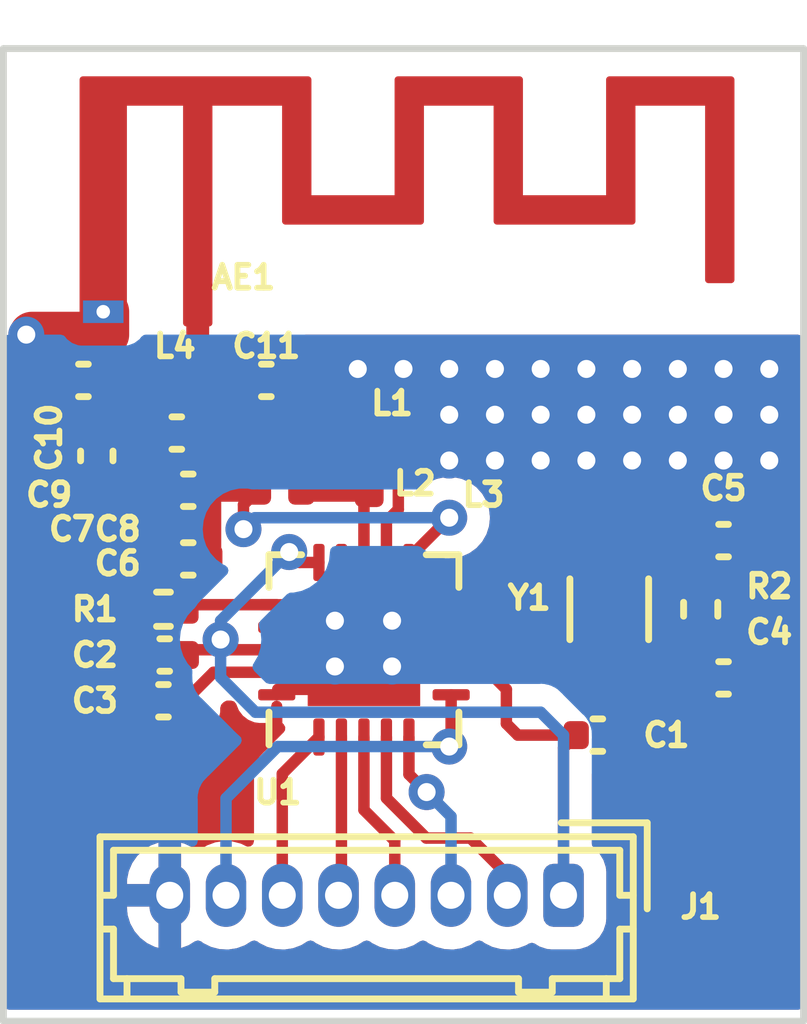
<source format=kicad_pcb>
(kicad_pcb (version 20221018) (generator pcbnew)
  (layers (0 "F.Cu" signal) (31 "B.Cu" signal) (34 "B.Paste" user) (35 "F.Paste" user) (36 "B.SilkS" user "B.Silkscreen") (37 "F.SilkS" user "F.Silkscreen") (38 "B.Mask" user) (39 "F.Mask" user) (44 "Edge.Cuts" user))
  (net 0 "")
  (net 1 "Net-(AE1-A)")
  (net 2 "VDD")
  (net 3 "GND")
  (net 4 "Net-(U1-DVDD)")
  (net 5 "Net-(U1-XC2)")
  (net 6 "Net-(U1-XC1)")
  (net 7 "Net-(U1-VDD_PA)")
  (net 8 "Net-(C7-Pad1)")
  (net 9 "Net-(C10-Pad1)")
  (net 10 "Net-(J1-Pin_2)")
  (net 11 "Net-(J1-Pin_3)")
  (net 12 "Net-(J1-Pin_4)")
  (net 13 "Net-(J1-Pin_5)")
  (net 14 "Net-(J1-Pin_6)")
  (net 15 "Net-(J1-Pin_7)")
  (net 16 "Net-(U1-ANT1)")
  (net 17 "Net-(U1-ANT2)")
  (net 18 "Net-(U1-IREF)")
  (footprint "Inductor_SMD:L_0402_1005Metric" (layer "F.Cu") (at 149.6485 100.229 180)
    (fp_text reference "L2" (at -3.0055 -1.117) (layer "F.SilkS") (effects (font (size 0.508 0.508) (thickness 0.1524))))
    (fp_text value "3.9nH")
    (pad "1" smd roundrect (at -0.485 0 180) (size 0.59 0.64) (layers "F.Cu" "F.Paste" "F.Mask") (net 16 "Net-(U1-ANT1)"))
    (pad "2" smd roundrect (at 0.485 0 180) (size 0.59 0.64) (layers "F.Cu" "F.Paste" "F.Mask") (net 8 "Net-(C7-Pad1)"))
  )
  (footprint "Resistor_SMD:R_0402_1005Metric" (layer "F.Cu") (at 159.004 104.14 90)
    (fp_text reference "R2" (at 0.508 1.524 180) (layer "F.SilkS") (effects (font (size 0.508 0.508) (thickness 0.1524))))
    (fp_text value "10M")
    (fp_line (start -0.153641 -0.38) (end 0.153641 -0.38) (stroke (width 0.1524)) (layer "F.SilkS"))
    (fp_line (start -0.153641 0.38) (end 0.153641 0.38) (stroke (width 0.1524)) (layer "F.SilkS"))
    (pad "1" smd roundrect (at -0.51 0 90) (size 0.54 0.64) (layers "F.Cu" "F.Paste" "F.Mask") (net 5 "Net-(U1-XC2)"))
    (pad "2" smd roundrect (at 0.51 0 90) (size 0.54 0.64) (layers "F.Cu" "F.Paste" "F.Mask") (net 6 "Net-(U1-XC1)"))
  )
  (footprint "Capacitor_SMD:C_0402_1005Metric" (layer "F.Cu") (at 147.066 106.172 180)
    (fp_text reference "C3" (at 1.524 0) (layer "F.SilkS") (effects (font (size 0.508 0.508) (thickness 0.1524))))
    (fp_text value "33nF")
    (fp_line (start -0.107836 -0.36) (end 0.107836 -0.36) (stroke (width 0.1524)) (layer "F.SilkS"))
    (fp_line (start -0.107836 0.36) (end 0.107836 0.36) (stroke (width 0.1524)) (layer "F.SilkS"))
    (pad "1" smd roundrect (at -0.48 0 180) (size 0.56 0.62) (layers "F.Cu" "F.Paste" "F.Mask") (net 4 "Net-(U1-DVDD)"))
    (pad "2" smd roundrect (at 0.48 0 180) (size 0.56 0.62) (layers "F.Cu" "F.Paste" "F.Mask") (net 3 "GND"))
  )
  (footprint "Package_DFN_QFN:QFN-20-1EP_4x4mm_P0.5mm_EP2.5x2.5mm" (layer "F.Cu") (at 151.521 105.039 90)
    (fp_text reference "U1" (at -3.165 -1.915 180) (layer "F.SilkS") (effects (font (size 0.508 0.508) (thickness 0.1524))))
    (fp_text value "NRF24L01")
    (fp_line (start -2.11 2.11) (end -2.11 1.385) (stroke (width 0.1524)) (layer "F.SilkS"))
    (fp_line (start -1.385 -2.11) (end -2.11 -2.11) (stroke (width 0.1524)) (layer "F.SilkS"))
    (fp_line (start -1.385 2.11) (end -2.11 2.11) (stroke (width 0.1524)) (layer "F.SilkS"))
    (fp_line (start 1.385 -2.11) (end 2.11 -2.11) (stroke (width 0.1524)) (layer "F.SilkS"))
    (fp_line (start 1.385 2.11) (end 2.11 2.11) (stroke (width 0.1524)) (layer "F.SilkS"))
    (fp_line (start 2.11 -2.11) (end 2.11 -1.385) (stroke (width 0.1524)) (layer "F.SilkS"))
    (fp_line (start 2.11 2.11) (end 2.11 1.385) (stroke (width 0.1524)) (layer "F.SilkS"))
    (pad "1" smd roundrect (at -1.9375 -1 90) (size 0.825 0.25) (layers "F.Cu" "F.Paste" "F.Mask") (net 14 "Net-(J1-Pin_6)"))
    (pad "2" smd roundrect (at -1.9375 -0.5 90) (size 0.825 0.25) (layers "F.Cu" "F.Paste" "F.Mask") (net 13 "Net-(J1-Pin_5)"))
    (pad "3" smd roundrect (at -1.9375 0 90) (size 0.825 0.25) (layers "F.Cu" "F.Paste" "F.Mask") (net 12 "Net-(J1-Pin_4)"))
    (pad "4" smd roundrect (at -1.9375 0.5 90) (size 0.825 0.25) (layers "F.Cu" "F.Paste" "F.Mask") (net 10 "Net-(J1-Pin_2)"))
    (pad "5" smd roundrect (at -1.9375 1 90) (size 0.825 0.25) (layers "F.Cu" "F.Paste" "F.Mask") (net 11 "Net-(J1-Pin_3)"))
    (pad "6" smd roundrect (at -1 1.9375 90) (size 0.25 0.825) (layers "F.Cu" "F.Paste" "F.Mask") (net 15 "Net-(J1-Pin_7)"))
    (pad "7" smd roundrect (at -0.5 1.9375 90) (size 0.25 0.825) (layers "F.Cu" "F.Paste" "F.Mask") (net 2 "VDD"))
    (pad "8" smd roundrect (at 0 1.9375 90) (size 0.25 0.825) (layers "F.Cu" "F.Paste" "F.Mask") (net 3 "GND"))
    (pad "9" smd roundrect (at 0.5 1.9375 90) (size 0.25 0.825) (layers "F.Cu" "F.Paste" "F.Mask") (net 5 "Net-(U1-XC2)"))
    (pad "10" smd roundrect (at 1 1.9375 90) (size 0.25 0.825) (layers "F.Cu" "F.Paste" "F.Mask") (net 6 "Net-(U1-XC1)"))
    (pad "11" smd roundrect (at 1.9375 1 90) (size 0.825 0.25) (layers "F.Cu" "F.Paste" "F.Mask") (net 7 "Net-(U1-VDD_PA)"))
    (pad "12" smd roundrect (at 1.9375 0.5 90) (size 0.825 0.25) (layers "F.Cu" "F.Paste" "F.Mask") (net 16 "Net-(U1-ANT1)"))
    (pad "13" smd roundrect (at 1.9375 0 90) (size 0.825 0.25) (layers "F.Cu" "F.Paste" "F.Mask") (net 17 "Net-(U1-ANT2)"))
    (pad "14" smd roundrect (at 1.9375 -0.5 90) (size 0.825 0.25) (layers "F.Cu" "F.Paste" "F.Mask") (net 3 "GND"))
    (pad "15" smd roundrect (at 1.9375 -1 90) (size 0.825 0.25) (layers "F.Cu" "F.Paste" "F.Mask") (net 2 "VDD"))
    (pad "16" smd roundrect (at 1 -1.9375 90) (size 0.25 0.825) (layers "F.Cu" "F.Paste" "F.Mask") (net 18 "Net-(U1-IREF)"))
    (pad "17" smd roundrect (at 0.5 -1.9375 90) (size 0.25 0.825) (layers "F.Cu" "F.Paste" "F.Mask") (net 3 "GND"))
    (pad "18" smd roundrect (at 0 -1.9375 90) (size 0.25 0.825) (layers "F.Cu" "F.Paste" "F.Mask") (net 2 "VDD"))
    (pad "19" smd roundrect (at -0.5 -1.9375 90) (size 0.25 0.825) (layers "F.Cu" "F.Paste" "F.Mask") (net 4 "Net-(U1-DVDD)"))
    (pad "20" smd roundrect (at -1 -1.9375 90) (size 0.25 0.825) (layers "F.Cu" "F.Paste" "F.Mask") (net 3 "GND"))
    (pad "21" smd rect (at 0 0 90) (size 2.5 2.5) (layers "F.Cu" "F.Mask"))
  )
  (footprint "RF_Antenna:Texas_SWRA117D_2.4GHz_Right" (layer "F.Cu") (at 147.828 97.536)
    (fp_text reference "AE1" (at 1.016 -0.762) (layer "F.SilkS") (effects (font (size 0.508 0.508) (thickness 0.1524))))
    (fp_text value "Antenna")
    (fp_poly (pts (xy 2.45 -2.51) (xy 4.45 -2.51) (xy 4.45 -5.15) (xy 7.15 -5.15) (xy 7.15 -2.51) (xy 9.15 -2.51) (xy 9.15 -5.15) (xy 11.85 -5.15) (xy 11.85 -0.71) (xy 11.35 -0.71) (xy 11.35 -4.65) (xy 9.65 -4.65) (xy 9.65 -2.01) (xy 6.65 -2.01) (xy 6.65 -4.65) (xy 4.95 -4.65) (xy 4.95 -2.01) (xy 1.95 -2.01) (xy 1.95 -4.65) (xy 0.25 -4.65) (xy 0.25 0.25) (xy -0.25 0.25) (xy -0.25 -4.65) (xy -1.65 -4.65) (xy -1.65 0.25) (xy -2.55 0.25) (xy -2.55 0.006785) (xy -2.247583 0.006785) (xy -2.237742 0.054395) (xy -2.213674 0.096797) (xy -2.175731 0.129581) (xy -2.167819 0.133935) (xy -2.125156 0.146043) (xy -2.076637 0.1453) (xy -2.031122 0.1324) (xy -2.012511 0.121787) (xy -1.978868 0.086553) (xy -1.958309 0.041368) (xy -1.951778 -0.008158) (xy -1.960218 -0.056417) (xy -1.977112 -0.088643) (xy -2.012372 -0.121313) (xy -2.057682 -0.141408) (xy -2.107267 -0.147982) (xy -2.155353 -0.140092) (xy -2.188245 -0.123186) (xy -2.223185 -0.086416) (xy -2.242847 -0.041622) (xy -2.247583 0.006785) (xy -2.55 0.006785) (xy -2.55 -5.15) (xy 2.45 -5.15) (xy 2.45 -2.51)) (stroke (width 0.1524)) (fill solid) (layer "F.Cu"))
    (pad "1" connect rect (at 0 0) (size 0.5 0.5) (layers "F.Cu") (net 1 "Net-(AE1-A)"))
    (pad "2" thru_hole rect (at -2.1 0) (size 0.9 0.5) (drill 0.3) (layers "*.Cu"))
  )
  (footprint "Inductor_SMD:L_0402_1005Metric" (layer "F.Cu") (at 151.638 101.092 -90)
    (fp_text reference "L1" (at -1.524 -0.508 -180) (layer "F.SilkS") (effects (font (size 0.508 0.508) (thickness 0.1524))))
    (fp_text value "8.2nH")
    (pad "1" smd roundrect (at -0.485 0 270) (size 0.59 0.64) (layers "F.Cu" "F.Paste" "F.Mask") (net 16 "Net-(U1-ANT1)"))
    (pad "2" smd roundrect (at 0.485 0 270) (size 0.59 0.64) (layers "F.Cu" "F.Paste" "F.Mask") (net 17 "Net-(U1-ANT2)"))
  )
  (footprint "Capacitor_SMD:C_0402_1005Metric" (layer "F.Cu") (at 159.512 105.664)
    (fp_text reference "C4" (at 1.016 -1.016) (layer "F.SilkS") (effects (font (size 0.508 0.508) (thickness 0.1524))))
    (fp_text value "22pF")
    (fp_line (start -0.107836 -0.36) (end 0.107836 -0.36) (stroke (width 0.1524)) (layer "F.SilkS"))
    (fp_line (start -0.107836 0.36) (end 0.107836 0.36) (stroke (width 0.1524)) (layer "F.SilkS"))
    (pad "1" smd roundrect (at -0.48 0) (size 0.56 0.62) (layers "F.Cu" "F.Paste" "F.Mask") (net 5 "Net-(U1-XC2)"))
    (pad "2" smd roundrect (at 0.48 0) (size 0.56 0.62) (layers "F.Cu" "F.Paste" "F.Mask") (net 3 "GND"))
  )
  (footprint "Inductor_SMD:L_0402_1005Metric" (layer "F.Cu") (at 149.6485 101.499 180)
    (fp_text reference "L3" (at -4.5295 -0.101) (layer "F.SilkS") (effects (font (size 0.508 0.508) (thickness 0.1524))))
    (fp_text value "2.7nH")
    (pad "1" smd roundrect (at -0.485 0 180) (size 0.59 0.64) (layers "F.Cu" "F.Paste" "F.Mask") (net 17 "Net-(U1-ANT2)"))
    (pad "2" smd roundrect (at 0.485 0 180) (size 0.59 0.64) (layers "F.Cu" "F.Paste" "F.Mask") (net 7 "Net-(U1-VDD_PA)"))
  )
  (footprint "Capacitor_SMD:C_0402_1005Metric" (layer "F.Cu") (at 145.288 99.06 180)
    (fp_text reference "C10" (at 0.762 -1.27 90) (layer "F.SilkS") (effects (font (size 0.508 0.508) (thickness 0.1524))))
    (fp_text value "Cx")
    (fp_line (start -0.107836 -0.36) (end 0.107836 -0.36) (stroke (width 0.1524)) (layer "F.SilkS"))
    (fp_line (start -0.107836 0.36) (end 0.107836 0.36) (stroke (width 0.1524)) (layer "F.SilkS"))
    (pad "1" smd roundrect (at -0.48 0 180) (size 0.56 0.62) (layers "F.Cu" "F.Paste" "F.Mask") (net 9 "Net-(C10-Pad1)"))
    (pad "2" smd roundrect (at 0.48 0 180) (size 0.56 0.62) (layers "F.Cu" "F.Paste" "F.Mask") (net 3 "GND"))
  )
  (footprint "Capacitor_SMD:C_0402_1005Metric" (layer "F.Cu") (at 147.6165 103.023 180)
    (fp_text reference "C6" (at 1.5665 -0.101) (layer "F.SilkS") (effects (font (size 0.508 0.508) (thickness 0.1524))))
    (fp_text value "C_Small")
    (fp_line (start -0.107836 -0.36) (end 0.107836 -0.36) (stroke (width 0.1524)) (layer "F.SilkS"))
    (fp_line (start -0.107836 0.36) (end 0.107836 0.36) (stroke (width 0.1524)) (layer "F.SilkS"))
    (pad "1" smd roundrect (at -0.48 0 180) (size 0.56 0.62) (layers "F.Cu" "F.Paste" "F.Mask") (net 7 "Net-(U1-VDD_PA)"))
    (pad "2" smd roundrect (at 0.48 0 180) (size 0.56 0.62) (layers "F.Cu" "F.Paste" "F.Mask") (net 3 "GND"))
  )
  (footprint "Capacitor_SMD:C_0402_1005Metric" (layer "F.Cu") (at 159.512 102.616)
    (fp_text reference "C5" (at 0 -1.16) (layer "F.SilkS") (effects (font (size 0.508 0.508) (thickness 0.1524))))
    (fp_text value "22pF")
    (fp_line (start -0.107836 -0.36) (end 0.107836 -0.36) (stroke (width 0.1524)) (layer "F.SilkS"))
    (fp_line (start -0.107836 0.36) (end 0.107836 0.36) (stroke (width 0.1524)) (layer "F.SilkS"))
    (pad "1" smd roundrect (at -0.48 0) (size 0.56 0.62) (layers "F.Cu" "F.Paste" "F.Mask") (net 6 "Net-(U1-XC1)"))
    (pad "2" smd roundrect (at 0.48 0) (size 0.56 0.62) (layers "F.Cu" "F.Paste" "F.Mask") (net 3 "GND"))
  )
  (footprint "Crystal:Crystal_SMD_3215-2Pin_3.2x1.5mm" (layer "F.Cu") (at 156.972 104.14 -90)
    (fp_text reference "Y1" (at -0.254 1.778 -180) (layer "F.SilkS") (effects (font (size 0.508 0.508) (thickness 0.1524))))
    (fp_text value "16MHz")
    (fp_line (start -0.675 -0.875) (end 0.675 -0.875) (stroke (width 0.1524)) (layer "F.SilkS"))
    (fp_line (start -0.675 0.875) (end 0.675 0.875) (stroke (width 0.1524)) (layer "F.SilkS"))
    (pad "1" smd rect (at 1.25 0 270) (size 1 1.8) (layers "F.Cu" "F.Paste" "F.Mask") (net 5 "Net-(U1-XC2)"))
    (pad "2" smd rect (at -1.25 0 270) (size 1 1.8) (layers "F.Cu" "F.Paste" "F.Mask") (net 6 "Net-(U1-XC1)"))
  )
  (footprint "Capacitor_SMD:C_0402_1005Metric" (layer "F.Cu") (at 145.5845 100.737 -90)
    (fp_text reference "C9" (at 0.863 1.0585 -180) (layer "F.SilkS") (effects (font (size 0.508 0.508) (thickness 0.1524))))
    (fp_text value "1pF")
    (fp_line (start -0.107836 -0.36) (end 0.107836 -0.36) (stroke (width 0.1524)) (layer "F.SilkS"))
    (fp_line (start -0.107836 0.36) (end 0.107836 0.36) (stroke (width 0.1524)) (layer "F.SilkS"))
    (pad "1" smd roundrect (at -0.48 0 270) (size 0.56 0.62) (layers "F.Cu" "F.Paste" "F.Mask") (net 9 "Net-(C10-Pad1)"))
    (pad "2" smd roundrect (at 0.48 0 270) (size 0.56 0.62) (layers "F.Cu" "F.Paste" "F.Mask") (net 3 "GND"))
  )
  (footprint "Resistor_SMD:R_0402_1005Metric" (layer "F.Cu") (at 147.066 104.14 180)
    (fp_text reference "R1" (at 1.524 0) (layer "F.SilkS") (effects (font (size 0.508 0.508) (thickness 0.1524))))
    (fp_text value "22k")
    (fp_line (start -0.153641 -0.38) (end 0.153641 -0.38) (stroke (width 0.1524)) (layer "F.SilkS"))
    (fp_line (start -0.153641 0.38) (end 0.153641 0.38) (stroke (width 0.1524)) (layer "F.SilkS"))
    (pad "1" smd roundrect (at -0.51 0 180) (size 0.54 0.64) (layers "F.Cu" "F.Paste" "F.Mask") (net 18 "Net-(U1-IREF)"))
    (pad "2" smd roundrect (at 0.51 0 180) (size 0.54 0.64) (layers "F.Cu" "F.Paste" "F.Mask") (net 3 "GND"))
  )
  (footprint "Capacitor_SMD:C_0402_1005Metric" (layer "F.Cu") (at 147.6165 101.499 180)
    (fp_text reference "C8" (at 1.5665 -0.863) (layer "F.SilkS") (effects (font (size 0.508 0.508) (thickness 0.1524))))
    (fp_text value "C_Small")
    (fp_line (start -0.107836 -0.36) (end 0.107836 -0.36) (stroke (width 0.1524)) (layer "F.SilkS"))
    (fp_line (start -0.107836 0.36) (end 0.107836 0.36) (stroke (width 0.1524)) (layer "F.SilkS"))
    (pad "1" smd roundrect (at -0.48 0 180) (size 0.56 0.62) (layers "F.Cu" "F.Paste" "F.Mask") (net 7 "Net-(U1-VDD_PA)"))
    (pad "2" smd roundrect (at 0.48 0 180) (size 0.56 0.62) (layers "F.Cu" "F.Paste" "F.Mask") (net 3 "GND"))
  )
  (footprint "Capacitor_SMD:C_0402_1005Metric" (layer "F.Cu") (at 147.094 105.156 180)
    (fp_text reference "C2" (at 1.552 0) (layer "F.SilkS") (effects (font (size 0.508 0.508) (thickness 0.1524))))
    (fp_text value "1nF")
    (fp_line (start -0.107836 -0.36) (end 0.107836 -0.36) (stroke (width 0.1524)) (layer "F.SilkS"))
    (fp_line (start -0.107836 0.36) (end 0.107836 0.36) (stroke (width 0.1524)) (layer "F.SilkS"))
    (pad "1" smd roundrect (at -0.48 0 180) (size 0.56 0.62) (layers "F.Cu" "F.Paste" "F.Mask") (net 2 "VDD"))
    (pad "2" smd roundrect (at 0.48 0 180) (size 0.56 0.62) (layers "F.Cu" "F.Paste" "F.Mask") (net 3 "GND"))
  )
  (footprint "Capacitor_SMD:C_0402_1005Metric" (layer "F.Cu") (at 147.3625 100.229 180)
    (fp_text reference "C7" (at 2.3285 -2.133) (layer "F.SilkS") (effects (font (size 0.508 0.508) (thickness 0.1524))))
    (fp_text value "1.5pF")
    (fp_line (start -0.107836 -0.36) (end 0.107836 -0.36) (stroke (width 0.1524)) (layer "F.SilkS"))
    (fp_line (start -0.107836 0.36) (end 0.107836 0.36) (stroke (width 0.1524)) (layer "F.SilkS"))
    (pad "1" smd roundrect (at -0.48 0 180) (size 0.56 0.62) (layers "F.Cu" "F.Paste" "F.Mask") (net 8 "Net-(C7-Pad1)"))
    (pad "2" smd roundrect (at 0.48 0 180) (size 0.56 0.62) (layers "F.Cu" "F.Paste" "F.Mask") (net 9 "Net-(C10-Pad1)"))
  )
  (footprint "Inductor_SMD:L_0402_1005Metric" (layer "F.Cu") (at 147.32 99.06)
    (fp_text reference "L4" (at 0 -0.762) (layer "F.SilkS") (effects (font (size 0.508 0.508) (thickness 0.127))))
    (fp_text value "Lx")
    (pad "1" smd roundrect (at -0.485 0) (size 0.59 0.64) (layers "F.Cu" "F.Paste" "F.Mask") (net 9 "Net-(C10-Pad1)"))
    (pad "2" smd roundrect (at 0.485 0) (size 0.59 0.64) (layers "F.Cu" "F.Paste" "F.Mask") (net 1 "Net-(AE1-A)"))
  )
  (footprint "Connector_Hirose:Hirose_DF13-08P-1.25DSA_1x08_P1.25mm_Vertical" (layer "F.Cu") (at 155.956 110.49 180)
    (fp_text reference "J1" (at -3.048 -0.254) (layer "F.SilkS") (effects (font (size 0.508 0.508) (thickness 0.1524))))
    (fp_text value "Conn_01x08_Pin")
    (fp_line (start -1.86 -0.3) (end -1.86 1.61) (stroke (width 0.1524)) (layer "F.SilkS"))
    (fp_line (start -1.86 1.61) (end 0.05 1.61) (stroke (width 0.1524)) (layer "F.SilkS"))
    (fp_line (start -1.55 -2.3) (end -1.55 1.3) (stroke (width 0.1524)) (layer "F.SilkS"))
    (fp_line (start -1.55 -0.75) (end -1.25 -0.75) (stroke (width 0.1524)) (layer "F.SilkS"))
    (fp_line (start -1.55 0) (end -1.25 0) (stroke (width 0.1524)) (layer "F.SilkS"))
    (fp_line (start -1.55 1.3) (end 10.3 1.3) (stroke (width 0.1524)) (layer "F.SilkS"))
    (fp_line (start -1.25 -1.85) (end -0.95 -1.85) (stroke (width 0.1524)) (layer "F.SilkS"))
    (fp_line (start -1.25 -0.75) (end -1.25 -1.85) (stroke (width 0.1524)) (layer "F.SilkS"))
    (fp_line (start -1.25 0) (end -1.25 1) (stroke (width 0.1524)) (layer "F.SilkS"))
    (fp_line (start -1.25 1) (end 10 1) (stroke (width 0.1524)) (layer "F.SilkS"))
    (fp_line (start -0.95 -1.85) (end -0.95 -2.3) (stroke (width 0.1524)) (layer "F.SilkS"))
    (fp_line (start -0.95 -1.85) (end 0.25 -1.85) (stroke (width 0.1524)) (layer "F.SilkS"))
    (fp_line (start 0.25 -2.15) (end 1 -2.15) (stroke (width 0.1524)) (layer "F.SilkS"))
    (fp_line (start 0.25 -1.85) (end 0.25 -2.15) (stroke (width 0.1524)) (layer "F.SilkS"))
    (fp_line (start 1 -2.15) (end 1 -1.85) (stroke (width 0.1524)) (layer "F.SilkS"))
    (fp_line (start 1 -1.85) (end 7.75 -1.85) (stroke (width 0.1524)) (layer "F.SilkS"))
    (fp_line (start 7.75 -2.15) (end 8.5 -2.15) (stroke (width 0.1524)) (layer "F.SilkS"))
    (fp_line (start 7.75 -1.85) (end 7.75 -2.15) (stroke (width 0.1524)) (layer "F.SilkS"))
    (fp_line (start 8.5 -2.15) (end 8.5 -1.85) (stroke (width 0.1524)) (layer "F.SilkS"))
    (fp_line (start 8.5 -1.85) (end 9.7 -1.85) (stroke (width 0.1524)) (layer "F.SilkS"))
    (fp_line (start 9.7 -1.85) (end 9.7 -2.3) (stroke (width 0.1524)) (layer "F.SilkS"))
    (fp_line (start 10 -1.85) (end 9.7 -1.85) (stroke (width 0.1524)) (layer "F.SilkS"))
    (fp_line (start 10 -0.75) (end 10 -1.85) (stroke (width 0.1524)) (layer "F.SilkS"))
    (fp_line (start 10 0) (end 10.3 0) (stroke (width 0.1524)) (layer "F.SilkS"))
    (fp_line (start 10 1) (end 10 0) (stroke (width 0.1524)) (layer "F.SilkS"))
    (fp_line (start 10.3 -2.3) (end -1.55 -2.3) (stroke (width 0.1524)) (layer "F.SilkS"))
    (fp_line (start 10.3 -0.75) (end 10 -0.75) (stroke (width 0.1524)) (layer "F.SilkS"))
    (fp_line (start 10.3 1.3) (end 10.3 -2.3) (stroke (width 0.1524)) (layer "F.SilkS"))
    (pad "1" thru_hole roundrect (at 0 0 180) (size 0.9 1.4) (drill 0.6) (layers "*.Cu" "*.Mask") (net 2 "VDD"))
    (pad "2" thru_hole oval (at 1.25 0 180) (size 0.9 1.4) (drill 0.6) (layers "*.Cu" "*.Mask") (net 10 "Net-(J1-Pin_2)"))
    (pad "3" thru_hole oval (at 2.5 0 180) (size 0.9 1.4) (drill 0.6) (layers "*.Cu" "*.Mask") (net 11 "Net-(J1-Pin_3)"))
    (pad "4" thru_hole oval (at 3.75 0 180) (size 0.9 1.4) (drill 0.6) (layers "*.Cu" "*.Mask") (net 12 "Net-(J1-Pin_4)"))
    (pad "5" thru_hole oval (at 5 0 180) (size 0.9 1.4) (drill 0.6) (layers "*.Cu" "*.Mask") (net 13 "Net-(J1-Pin_5)"))
    (pad "6" thru_hole oval (at 6.25 0 180) (size 0.9 1.4) (drill 0.6) (layers "*.Cu" "*.Mask") (net 14 "Net-(J1-Pin_6)"))
    (pad "7" thru_hole oval (at 7.5 0 180) (size 0.9 1.4) (drill 0.6) (layers "*.Cu" "*.Mask") (net 15 "Net-(J1-Pin_7)"))
    (pad "8" thru_hole oval (at 8.75 0 180) (size 0.9 1.4) (drill 0.6) (layers "*.Cu" "*.Mask") (net 3 "GND"))
  )
  (footprint "Capacitor_SMD:C_0402_1005Metric" (layer "F.Cu") (at 156.718 106.934)
    (fp_text reference "C1" (at 1.524 0) (layer "F.SilkS") (effects (font (size 0.508 0.508) (thickness 0.1524))))
    (fp_text value "10nF")
    (fp_line (start -0.107836 -0.36) (end 0.107836 -0.36) (stroke (width 0.1524)) (layer "F.SilkS"))
    (fp_line (start -0.107836 0.36) (end 0.107836 0.36) (stroke (width 0.1524)) (layer "F.SilkS"))
    (pad "1" smd roundrect (at -0.48 0) (size 0.56 0.62) (layers "F.Cu" "F.Paste" "F.Mask") (net 2 "VDD"))
    (pad "2" smd roundrect (at 0.48 0) (size 0.56 0.62) (layers "F.Cu" "F.Paste" "F.Mask") (net 3 "GND"))
  )
  (footprint "Capacitor_SMD:C_0402_1005Metric" (layer "F.Cu") (at 149.352 99.06)
    (fp_text reference "C11" (at 0 -0.762) (layer "F.SilkS") (effects (font (size 0.508 0.508) (thickness 0.1524))))
    (fp_text value "Cx")
    (fp_line (start -0.107836 -0.36) (end 0.107836 -0.36) (stroke (width 0.1524)) (layer "F.SilkS"))
    (fp_line (start -0.107836 0.36) (end 0.107836 0.36) (stroke (width 0.1524)) (layer "F.SilkS"))
    (pad "1" smd roundrect (at -0.48 0) (size 0.56 0.62) (layers "F.Cu" "F.Paste" "F.Mask") (net 1 "Net-(AE1-A)"))
    (pad "2" smd roundrect (at 0.48 0) (size 0.56 0.62) (layers "F.Cu" "F.Paste" "F.Mask") (net 3 "GND"))
  )
  (gr_line (start 161.29 91.694) (end 161.29 113.284) (stroke (width 0.1524)) (layer "Edge.Cuts"))
  (gr_line (start 143.51 113.284) (end 143.51 91.694) (stroke (width 0.1524)) (layer "Edge.Cuts"))
  (gr_line (start 143.51 91.694) (end 161.29 91.694) (stroke (width 0.1524)) (layer "Edge.Cuts"))
  (gr_line (start 161.29 113.284) (end 143.51 113.284) (stroke (width 0.1524)) (layer "Edge.Cuts"))
  (segment (start 147.828 99.037) (end 147.805 99.06) (width 0.508) (layer "F.Cu") (net 1))
  (segment (start 148.872 99.06) (end 147.805 99.06) (width 0.508) (layer "F.Cu") (net 1))
  (segment (start 147.828 97.536) (end 147.828 99.037) (width 0.508) (layer "F.Cu") (net 1))
  (segment (start 154.94 106.934) (end 156.238 106.934) (width 0.254) (layer "F.Cu") (net 2))
  (segment (start 150.521 103.1015) (end 150.0915 103.1015) (width 0.254) (layer "F.Cu") (net 2))
  (segment (start 154.307 105.539) (end 154.686 105.918) (width 0.254) (layer "F.Cu") (net 2))
  (segment (start 154.686 106.68) (end 154.94 106.934) (width 0.254) (layer "F.Cu") (net 2))
  (segment (start 150.0915 103.1015) (end 149.86 102.87) (width 0.254) (layer "F.Cu") (net 2))
  (segment (start 154.686 105.918) (end 154.686 106.68) (width 0.254) (layer "F.Cu") (net 2))
  (segment (start 155.956 107.216) (end 156.238 106.934) (width 0.254) (layer "F.Cu") (net 2))
  (segment (start 147.691 105.039) (end 147.574 105.156) (width 0.254) (layer "F.Cu") (net 2))
  (segment (start 149.5835 105.039) (end 147.691 105.039) (width 0.254) (layer "F.Cu") (net 2))
  (segment (start 155.956 110.49) (end 155.956 107.216) (width 0.254) (layer "F.Cu") (net 2))
  (segment (start 153.4585 105.539) (end 154.307 105.539) (width 0.254) (layer "F.Cu") (net 2))
  (via (at 149.86 102.87) (size 0.8) (drill 0.4) (layers "F.Cu" "B.Cu") (net 2))
  (via (at 148.336 104.8125) (size 0.8) (drill 0.4) (layers "F.Cu" "B.Cu") (net 2))
  (segment (start 149.86 102.87) (end 148.336 104.394) (width 0.254) (layer "B.Cu") (net 2))
  (segment (start 148.336 104.8125) (end 148.336 105.652052) (width 0.254) (layer "B.Cu") (net 2))
  (segment (start 149.109948 106.426) (end 155.448 106.426) (width 0.254) (layer "B.Cu") (net 2))
  (segment (start 148.336 105.652052) (end 149.109948 106.426) (width 0.254) (layer "B.Cu") (net 2))
  (segment (start 155.448 106.426) (end 155.956 106.934) (width 0.254) (layer "B.Cu") (net 2))
  (segment (start 148.336 104.394) (end 148.336 104.8125) (width 0.254) (layer "B.Cu") (net 2))
  (segment (start 155.956 106.934) (end 155.956 110.49) (width 0.254) (layer "B.Cu") (net 2))
  (segment (start 151.13 104.394) (end 151.13 102.87) (width 0.254) (layer "F.Cu") (net 3))
  (segment (start 149.352 104.648) (end 150.876 104.648) (width 0.254) (layer "F.Cu") (net 3))
  (segment (start 145.796 97.536) (end 145.796 98.044) (width 1.016) (layer "F.Cu") (net 3))
  (segment (start 152.146 105.156) (end 153.67 105.156) (width 0.254) (layer "F.Cu") (net 3))
  (segment (start 150.876 105.918) (end 150.876 105.41) (width 0.254) (layer "F.Cu") (net 3))
  (segment (start 144.145 98.044) (end 145.415 98.044) (width 1.016) (layer "F.Cu") (net 3))
  (segment (start 149.606 105.918) (end 151.13 105.918) (width 0.254) (layer "F.Cu") (net 3))
  (via (at 150.876 104.394) (size 0.8) (drill 0.4) (layers "F.Cu" "B.Cu") (net 3))
  (via (at 158.496 98.806) (size 0.8) (drill 0.4) (layers "F.Cu" "B.Cu") (net 3))
  (via (at 153.416 98.806) (size 0.8) (drill 0.4) (layers "F.Cu" "B.Cu") (net 3))
  (via (at 156.464 98.806) (size 0.8) (drill 0.4) (layers "F.Cu" "B.Cu") (net 3))
  (via (at 155.448 100.838) (size 0.8) (drill 0.4) (layers "F.Cu" "B.Cu") (net 3))
  (via (at 158.496 99.822) (size 0.8) (drill 0.4) (layers "F.Cu" "B.Cu") (net 3))
  (via (at 150.876 105.41) (size 0.8) (drill 0.4) (layers "F.Cu" "B.Cu") (net 3))
  (via (at 154.432 98.806) (size 0.8) (drill 0.4) (layers "F.Cu" "B.Cu") (net 3))
  (via (at 159.512 100.838) (size 0.8) (drill 0.4) (layers "F.Cu" "B.Cu") (net 3))
  (via (at 159.512 99.822) (size 0.8) (drill 0.4) (layers "F.Cu" "B.Cu") (net 3))
  (via (at 160.528 99.822) (size 0.8) (drill 0.4) (layers "F.Cu" "B.Cu") (net 3))
  (via (at 152.146 105.41) (size 0.8) (drill 0.4) (layers "F.Cu" "B.Cu") (net 3))
  (via (at 157.48 99.822) (size 0.8) (drill 0.4) (layers "F.Cu" "B.Cu") (net 3))
  (via (at 151.384 98.806) (size 0.8) (drill 0.4) (layers "F.Cu" "B.Cu") (net 3))
  (via (at 153.416 99.822) (size 0.8) (drill 0.4) (layers "F.Cu" "B.Cu") (net 3))
  (via (at 152.4 98.806) (size 0.8) (drill 0.4) (layers "F.Cu" "B.Cu") (net 3))
  (via (at 160.528 98.806) (size 0.8) (drill 0.4) (layers "F.Cu" "B.Cu") (net 3))
  (via (at 157.48 100.838) (size 0.8) (drill 0.4) (layers "F.Cu" "B.Cu") (net 3))
  (via (at 153.416 100.838) (size 0.8) (drill 0.4) (layers "F.Cu" "B.Cu") (net 3))
  (via (at 156.464 99.822) (size 0.8) (drill 0.4) (layers "F.Cu" "B.Cu") (net 3))
  (via (at 160.528 100.838) (size 0.8) (drill 0.4) (layers "F.Cu" "B.Cu") (net 3))
  (via (at 154.432 99.822) (size 0.8) (drill 0.4) (layers "F.Cu" "B.Cu") (net 3))
  (via (at 156.464 100.838) (size 0.8) (drill 0.4) (layers "F.Cu" "B.Cu") (net 3))
  (via (at 152.146 104.394) (size 0.8) (drill 0.4) (layers "F.Cu" "B.Cu") (net 3))
  (via (at 155.448 98.806) (size 0.8) (drill 0.4) (layers "F.Cu" "B.Cu") (net 3))
  (via (at 158.496 100.838) (size 0.8) (drill 0.4) (layers "F.Cu" "B.Cu") (net 3))
  (via (at 157.48 98.806) (size 0.8) (drill 0.4) (layers "F.Cu" "B.Cu") (net 3))
  (via (at 144.018 98.044) (size 0.8) (drill 0.4) (layers "F.Cu" "B.Cu") (net 3))
  (via (at 155.448 99.822) (size 0.8) (drill 0.4) (layers "F.Cu" "B.Cu") (net 3))
  (via (at 159.512 98.806) (size 0.8) (drill 0.4) (layers "F.Cu" "B.Cu") (net 3))
  (via (at 154.432 100.838) (size 0.8) (drill 0.4) (layers "F.Cu" "B.Cu") (net 3))
  (segment (start 149.5835 105.539) (end 148.179 105.539) (width 0.254) (layer "F.Cu") (net 4))
  (segment (start 148.179 105.539) (end 147.546 106.172) (width 0.254) (layer "F.Cu") (net 4))
  (segment (start 159.032 104.678) (end 159.004 104.65) (width 0.254) (layer "F.Cu") (net 5))
  (segment (start 157.246 105.664) (end 156.972 105.39) (width 0.254) (layer "F.Cu") (net 5))
  (segment (start 156.863 104.539) (end 156.972 104.648) (width 0.254) (layer "F.Cu") (net 5))
  (segment (start 159.032 105.664) (end 157.246 105.664) (width 0.254) (layer "F.Cu") (net 5))
  (segment (start 156.972 104.648) (end 156.972 105.39) (width 0.254) (layer "F.Cu") (net 5))
  (segment (start 159.032 105.664) (end 159.032 104.678) (width 0.254) (layer "F.Cu") (net 5))
  (segment (start 153.4585 104.539) (end 156.863 104.539) (width 0.254) (layer "F.Cu") (net 5))
  (segment (start 156.972 103.632) (end 156.972 102.89) (width 0.254) (layer "F.Cu") (net 6))
  (segment (start 153.4585 104.039) (end 156.565 104.039) (width 0.254) (layer "F.Cu") (net 6))
  (segment (start 159.032 102.616) (end 159.032 103.602) (width 0.254) (layer "F.Cu") (net 6))
  (segment (start 159.032 102.616) (end 157.246 102.616) (width 0.254) (layer "F.Cu") (net 6))
  (segment (start 156.565 104.039) (end 156.972 103.632) (width 0.254) (layer "F.Cu") (net 6))
  (segment (start 157.246 102.616) (end 156.972 102.89) (width 0.254) (layer "F.Cu") (net 6))
  (segment (start 159.032 103.602) (end 159.004 103.63) (width 0.254) (layer "F.Cu") (net 6))
  (segment (start 148.844 102.362) (end 148.844 101.8185) (width 0.254) (layer "F.Cu") (net 7))
  (segment (start 148.844 101.8185) (end 149.1635 101.499) (width 0.254) (layer "F.Cu") (net 7))
  (segment (start 148.0965 101.499) (end 148.0965 103.023) (width 0.508) (layer "F.Cu") (net 7))
  (segment (start 152.521 103.1015) (end 152.521 103.003) (width 0.254) (layer "F.Cu") (net 7))
  (segment (start 152.521 103.003) (end 153.416 102.108) (width 0.254) (layer "F.Cu") (net 7))
  (segment (start 149.1635 101.499) (end 148.0965 101.499) (width 0.508) (layer "F.Cu") (net 7))
  (via (at 153.416 102.108) (size 0.8) (drill 0.4) (layers "F.Cu" "B.Cu") (net 7))
  (via (at 148.844 102.362) (size 0.8) (drill 0.4) (layers "F.Cu" "B.Cu") (net 7))
  (segment (start 148.844 102.362) (end 149.098 102.108) (width 0.254) (layer "B.Cu") (net 7))
  (segment (start 149.098 102.108) (end 153.416 102.108) (width 0.254) (layer "B.Cu") (net 7))
  (segment (start 147.8425 100.229) (end 149.1635 100.229) (width 0.508) (layer "F.Cu") (net 8))
  (segment (start 146.835 100.1815) (end 146.8825 100.229) (width 0.508) (layer "F.Cu") (net 9))
  (segment (start 146.8545 100.257) (end 146.8825 100.229) (width 0.508) (layer "F.Cu") (net 9))
  (segment (start 145.768 100.0735) (end 145.5845 100.257) (width 0.508) (layer "F.Cu") (net 9))
  (segment (start 145.5845 100.257) (end 146.8545 100.257) (width 0.508) (layer "F.Cu") (net 9))
  (segment (start 146.835 99.06) (end 146.835 100.1815) (width 0.508) (layer "F.Cu") (net 9))
  (segment (start 145.768 99.06) (end 145.768 100.0735) (width 0.508) (layer "F.Cu") (net 9))
  (segment (start 152.021 108.333) (end 152.908 109.22) (width 0.254) (layer "F.Cu") (net 10))
  (segment (start 152.908 109.22) (end 153.89 109.22) (width 0.254) (layer "F.Cu") (net 10))
  (segment (start 154.706 110.036) (end 154.706 110.49) (width 0.254) (layer "F.Cu") (net 10))
  (segment (start 152.021 106.9765) (end 152.021 108.333) (width 0.254) (layer "F.Cu") (net 10))
  (segment (start 153.89 109.22) (end 154.706 110.036) (width 0.254) (layer "F.Cu") (net 10))
  (segment (start 152.521 106.9765) (end 152.521 107.805572) (width 0.254) (layer "F.Cu") (net 11))
  (segment (start 152.521 107.805572) (end 152.913714 108.198286) (width 0.254) (layer "F.Cu") (net 11))
  (via (at 152.913714 108.198286) (size 0.8) (drill 0.4) (layers "F.Cu" "B.Cu") (net 11))
  (segment (start 152.913714 108.198286) (end 153.456 108.740572) (width 0.254) (layer "B.Cu") (net 11))
  (segment (start 153.456 108.740572) (end 153.456 110.49) (width 0.254) (layer "B.Cu") (net 11))
  (segment (start 151.521 106.9765) (end 151.521 108.595) (width 0.254) (layer "F.Cu") (net 12))
  (segment (start 151.521 108.595) (end 152.206 109.28) (width 0.254) (layer "F.Cu") (net 12))
  (segment (start 152.206 109.28) (end 152.206 110.49) (width 0.254) (layer "F.Cu") (net 12))
  (segment (start 151.021 110.425) (end 150.956 110.49) (width 0.254) (layer "F.Cu") (net 13))
  (segment (start 151.021 106.9765) (end 151.021 110.425) (width 0.254) (layer "F.Cu") (net 13))
  (segment (start 150.521 106.9765) (end 149.706 107.7915) (width 0.254) (layer "F.Cu") (net 14))
  (segment (start 149.706 107.7915) (end 149.706 110.49) (width 0.254) (layer "F.Cu") (net 14))
  (segment (start 153.4585 107.1455) (end 153.416 107.188) (width 0.254) (layer "F.Cu") (net 15))
  (segment (start 153.4585 106.039) (end 153.4585 107.1455) (width 0.254) (layer "F.Cu") (net 15))
  (via (at 153.416 107.188) (size 0.8) (drill 0.4) (layers "F.Cu" "B.Cu") (net 15))
  (segment (start 153.416 107.188) (end 149.606 107.188) (width 0.254) (layer "B.Cu") (net 15))
  (segment (start 148.456 108.338) (end 148.456 110.49) (width 0.254) (layer "B.Cu") (net 15))
  (segment (start 149.606 107.188) (end 148.456 108.338) (width 0.254) (layer "B.Cu") (net 15))
  (segment (start 152.285 101.925132) (end 152.285 100.977) (width 0.254) (layer "F.Cu") (net 16))
  (segment (start 152.285 100.977) (end 151.915 100.607) (width 0.254) (layer "F.Cu") (net 16))
  (segment (start 152.021 103.1015) (end 152.021 102.189132) (width 0.254) (layer "F.Cu") (net 16))
  (segment (start 151.915 100.607) (end 151.638 100.607) (width 0.254) (layer "F.Cu") (net 16))
  (segment (start 151.26 100.229) (end 151.638 100.607) (width 0.508) (layer "F.Cu") (net 16))
  (segment (start 152.021 102.189132) (end 152.285 101.925132) (width 0.254) (layer "F.Cu") (net 16))
  (segment (start 150.1335 100.229) (end 151.26 100.229) (width 0.508) (layer "F.Cu") (net 16))
  (segment (start 150.1335 101.499) (end 151.56 101.499) (width 0.508) (layer "F.Cu") (net 17))
  (segment (start 151.521 101.694) (end 151.638 101.577) (width 0.254) (layer "F.Cu") (net 17))
  (segment (start 151.521 103.1015) (end 151.521 101.694) (width 0.254) (layer "F.Cu") (net 17))
  (segment (start 151.56 101.499) (end 151.638 101.577) (width 0.508) (layer "F.Cu") (net 17))
  (segment (start 147.677 104.039) (end 147.576 104.14) (width 0.254) (layer "F.Cu") (net 18))
  (segment (start 149.5835 104.039) (end 147.677 104.039) (width 0.254) (layer "F.Cu") (net 18))
  (zone (net 3) (net_name "GND") (layer "F.Cu") (priority 1) (connect_pads (clearance 0.5)) (min_thickness 0.25) (fill yes (thermal_gap 0.5) (thermal_bridge_width 0.5))
    (polygon (pts (xy 143.51 98.044) (xy 161.29 98.044) (xy 161.29 113.03) (xy 143.51 113.03)))
  )
  (zone (net 3) (net_name "GND") (layer "B.Cu") (connect_pads (clearance 0.5)) (min_thickness 0.25) (fill yes (thermal_gap 0.5) (thermal_bridge_width 0.5))
    (polygon (pts (xy 143.51 98.044) (xy 161.29 98.044) (xy 161.29 113.03) (xy 143.51 113.03)))
  )
)
</source>
